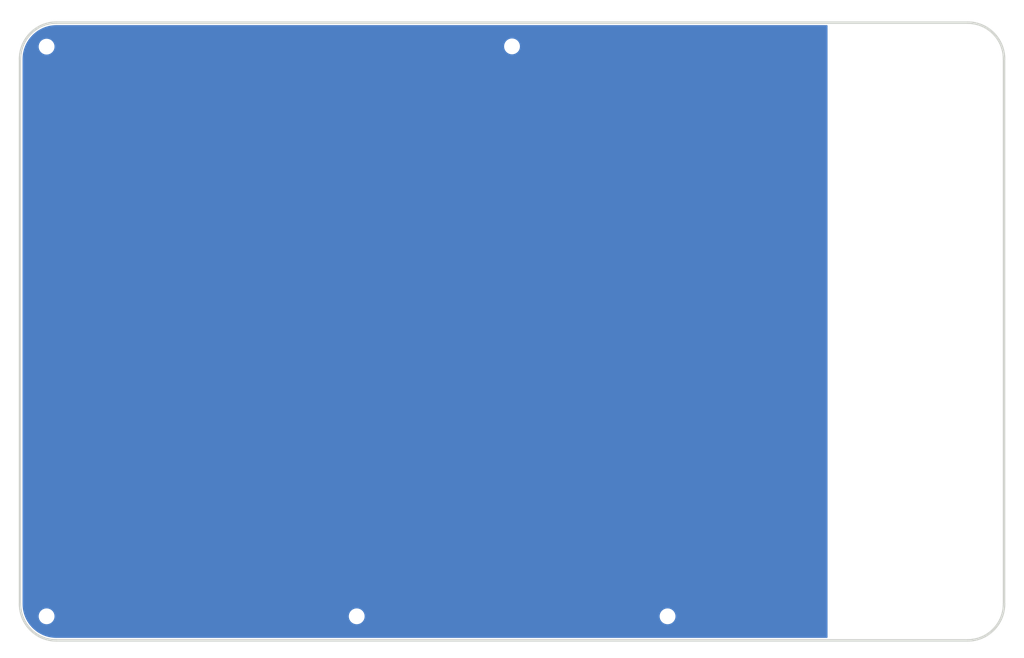
<source format=kicad_pcb>
(kicad_pcb (version 20211014) (generator pcbnew)
  (layers (0 "F.Cu" signal) (31 "B.Cu" signal) (34 "B.Paste" user) (35 "F.Paste" user) (36 "B.SilkS" user "B.Silkscreen") (37 "F.SilkS" user "F.Silkscreen") (38 "B.Mask" user) (39 "F.Mask" user) (44 "Edge.Cuts" user))
  (net 0 "")
  (net 1 "GND")
  (footprint "MountingHole:MountingHole_2.2mm_M2" (layer "F.Cu") (at 32.1 147.5)
    (fp_text reference "REF**" hide)
    (fp_text value "MountingHole_2.2mm_M2")
    (pad "" np_thru_hole circle (at 0 0) (size 2.2 2.2) (drill 2.2) (layers *.Cu *.Mask))
  )
  (footprint "MountingHole:MountingHole_2.2mm_M2" (layer "F.Cu") (at 32.1 31.5)
    (fp_text reference "REF**" hide)
    (fp_text value "MountingHole_2.2mm_M2")
    (pad "" np_thru_hole circle (at 0 0) (size 2.2 2.2) (drill 2.2) (layers *.Cu *.Mask))
  )
  (footprint "MountingHole:MountingHole_2.2mm_M2" (layer "F.Cu") (at 126.8 31.45)
    (fp_text reference "REF**" hide)
    (fp_text value "MountingHole_2.2mm_M2")
    (pad "" np_thru_hole circle (at 0 0) (size 2.2 2.2) (drill 2.2) (layers *.Cu *.Mask))
  )
  (footprint "MountingHole:MountingHole_2.2mm_M2" (layer "F.Cu") (at 95.2 147.5)
    (fp_text reference "REF**" hide)
    (fp_text value "MountingHole_2.2mm_M2")
    (pad "" np_thru_hole circle (at 0 0) (size 2.2 2.2) (drill 2.2) (layers *.Cu *.Mask))
  )
  (footprint "MountingHole:MountingHole_2.2mm_M2" (layer "F.Cu") (at 221.5 31.5)
    (fp_text reference "REF**" hide)
    (fp_text value "MountingHole_2.2mm_M2")
    (pad "" np_thru_hole circle (at 0 0) (size 2.2 2.2) (drill 2.2) (layers *.Cu *.Mask))
  )
  (footprint "MountingHole:MountingHole_2.2mm_M2" (layer "F.Cu") (at 158.45 147.5)
    (fp_text reference "REF**" hide)
    (fp_text value "MountingHole_2.2mm_M2")
    (pad "" np_thru_hole circle (at 0 0) (size 2.2 2.2) (drill 2.2) (layers *.Cu *.Mask))
  )
  (footprint "MountingHole:MountingHole_2.2mm_M2" (layer "F.Cu") (at 221.5 147.5)
    (fp_text reference "REF**" hide)
    (fp_text value "MountingHole_2.2mm_M2")
    (pad "" np_thru_hole circle (at 0 0) (size 2.2 2.2) (drill 2.2) (layers *.Cu *.Mask))
  )
  (gr_poly (pts (xy 145 87) (xy 145 75.323607) (xy 167.577774 75.323607) (xy 167.577774 84.35472) (xy 154.031109 84.35472) (xy 154.031109 108.803318) (xy 135.968887 90.741099) (xy 135.968887 108.803318) (xy 117.906669 90.741099) (xy 117.906669 108.803318) (xy 99.844449 90.741099) (xy 99.844449 97.901385) (xy 90.813339 97.901385) (xy 90.813339 68.937776) (xy 108.875559 87) (xy 108.875559 68.937776) (xy 126.937778 87) (xy 126.937778 68.937776)) (layer "F.Cu") (width 0) (fill solid))
  (gr_line (start 28.624555 149.972586) (end 28.87 150.23) (layer "Edge.Cuts") (width 0.508))
  (gr_line (start 221.706007 26.942092) (end 221.354673 26.842122) (layer "Edge.Cuts") (width 0.508))
  (gr_line (start 226.679897 146.84321) (end 226.762742 146.485063) (layer "Edge.Cuts") (width 0.508))
  (gr_line (start 226.181954 30.807595) (end 226.01817 30.488204) (layer "Edge.Cuts") (width 0.508))
  (gr_line (start 226.913492 144.993714) (end 226.913492 34.016861) (layer "Edge.Cuts") (width 0.508))
  (gr_line (start 30.577629 27.503849) (end 30.267396 27.682415) (layer "Edge.Cuts") (width 0.508))
  (gr_line (start 223.935176 150.928545) (end 224.215123 150.708445) (layer "Edge.Cuts") (width 0.508))
  (gr_line (start 220.261662 26.646839) (end 219.885884 26.618183) (layer "Edge.Cuts") (width 0.508))
  (gr_line (start 225.219904 149.703663) (end 225.440003 149.423715) (layer "Edge.Cuts") (width 0.508))
  (gr_line (start 31.2251 151.819035) (end 31.561399 151.951849) (layer "Edge.Cuts") (width 0.508))
  (gr_line (start 225.646726 29.877365) (end 225.440003 29.586853) (layer "Edge.Cuts") (width 0.508))
  (gr_line (start 226.827992 32.889998) (end 226.762742 32.525505) (layer "Edge.Cuts") (width 0.508))
  (gr_line (start 27.593281 30.488198) (end 27.429497 30.807589) (layer "Edge.Cuts") (width 0.508))
  (gr_line (start 27.148149 31.471968) (end 27.031523 31.816019) (layer "Edge.Cuts") (width 0.508))
  (gr_line (start 26.931553 146.84322) (end 27.031523 147.194554) (layer "Edge.Cuts") (width 0.508))
  (gr_line (start 32.256784 26.842121) (end 31.90545 26.942091) (layer "Edge.Cuts") (width 0.508))
  (gr_line (start 29.127415 150.475445) (end 29.396331 150.708451) (layer "Edge.Cuts") (width 0.508))
  (gr_line (start 28.624555 29.037983) (end 28.391549 29.306899) (layer "Edge.Cuts") (width 0.508))
  (gr_line (start 224.741453 150.229993) (end 224.986898 149.972579) (layer "Edge.Cuts") (width 0.508))
  (gr_line (start 27.031523 31.816019) (end 26.931553 32.167353) (layer "Edge.Cuts") (width 0.508))
  (gr_line (start 226.579928 31.816024) (end 226.463302 31.471973) (layer "Edge.Cuts") (width 0.508))
  (gr_line (start 226.679897 32.167358) (end 226.579928 31.816024) (layer "Edge.Cuts") (width 0.508))
  (gr_line (start 225.219904 29.306905) (end 224.986898 29.037989) (layer "Edge.Cuts") (width 0.508))
  (gr_line (start 220.632032 26.694027) (end 220.261662 26.646839) (layer "Edge.Cuts") (width 0.508))
  (gr_line (start 33.349796 26.646838) (end 32.979425 26.694026) (layer "Edge.Cuts") (width 0.508))
  (gr_line (start 226.762742 32.525505) (end 226.679897 32.167358) (layer "Edge.Cuts") (width 0.508))
  (gr_line (start 221.706007 152.068473) (end 222.050057 151.951847) (layer "Edge.Cuts") (width 0.508))
  (gr_line (start 224.986898 29.037989) (end 224.741453 28.780574) (layer "Edge.Cuts") (width 0.508))
  (gr_line (start 222.386357 27.191534) (end 222.050057 27.058719) (layer "Edge.Cuts") (width 0.508))
  (gr_line (start 34.106292 152.402039) (end 219.505152 152.402039) (layer "Edge.Cuts") (width 0.508))
  (gr_line (start 226.903836 145.374423) (end 226.913492 144.993706) (layer "Edge.Cuts") (width 0.508))
  (gr_line (start 220.261662 152.363726) (end 220.632032 152.316539) (layer "Edge.Cuts") (width 0.508))
  (gr_line (start 224.215123 150.708445) (end 224.484039 150.475438) (layer "Edge.Cuts") (width 0.508))
  (gr_line (start 31.225099 27.191531) (end 30.89702 27.340065) (layer "Edge.Cuts") (width 0.508))
  (gr_line (start 27.771847 30.177965) (end 27.593281 30.488198) (layer "Edge.Cuts") (width 0.508))
  (gr_line (start 222.050057 151.951847) (end 222.386357 151.819032) (layer "Edge.Cuts") (width 0.508))
  (gr_line (start 26.848708 32.525501) (end 26.783458 32.889995) (layer "Edge.Cuts") (width 0.508))
  (gr_line (start 32.614932 26.759277) (end 32.256784 26.842121) (layer "Edge.Cuts") (width 0.508))
  (gr_line (start 26.697958 144.993714) (end 26.707614 145.374431) (layer "Edge.Cuts") (width 0.508))
  (gr_line (start 224.986898 149.972579) (end 225.219904 149.703663) (layer "Edge.Cuts") (width 0.508))
  (gr_line (start 224.741453 28.780574) (end 224.484039 28.535129) (layer "Edge.Cuts") (width 0.508))
  (gr_line (start 26.73627 33.260365) (end 26.707614 33.636144) (layer "Edge.Cuts") (width 0.508))
  (gr_line (start 27.593281 148.522373) (end 27.771847 148.832605) (layer "Edge.Cuts") (width 0.508))
  (gr_line (start 221.354673 152.168443) (end 221.706007 152.068473) (layer "Edge.Cuts") (width 0.508))
  (gr_line (start 29.396331 150.708451) (end 29.676279 150.92855) (layer "Edge.Cuts") (width 0.508))
  (gr_line (start 225.839605 148.832596) (end 226.01817 148.522364) (layer "Edge.Cuts") (width 0.508))
  (gr_line (start 27.429497 148.202983) (end 27.593281 148.522373) (layer "Edge.Cuts") (width 0.508))
  (gr_line (start 32.256784 152.168444) (end 32.614932 152.251289) (layer "Edge.Cuts") (width 0.508))
  (gr_line (start 29.96679 151.135273) (end 30.267397 151.328152) (layer "Edge.Cuts") (width 0.508))
  (gr_line (start 223.033826 151.506714) (end 223.344058 151.328148) (layer "Edge.Cuts") (width 0.508))
  (gr_line (start 226.762742 146.485063) (end 226.827992 146.12057) (layer "Edge.Cuts") (width 0.508))
  (gr_line (start 28.391549 29.306899) (end 28.171449 29.586847) (layer "Edge.Cuts") (width 0.508))
  (gr_line (start 29.96679 27.875294) (end 29.676278 28.082018) (layer "Edge.Cuts") (width 0.508))
  (gr_line (start 226.181954 148.202973) (end 226.330488 147.874894) (layer "Edge.Cuts") (width 0.508))
  (gr_line (start 226.330488 147.874894) (end 226.463302 147.538595) (layer "Edge.Cuts") (width 0.508))
  (gr_line (start 224.484039 28.535129) (end 224.215123 28.302122) (layer "Edge.Cuts") (width 0.508))
  (gr_line (start 222.714436 27.340068) (end 222.386357 27.191534) (layer "Edge.Cuts") (width 0.508))
  (gr_line (start 226.875179 33.260367) (end 226.827992 32.889998) (layer "Edge.Cuts") (width 0.508))
  (gr_line (start 222.386357 151.819032) (end 222.714436 151.670499) (layer "Edge.Cuts") (width 0.508))
  (gr_line (start 29.127415 28.535124) (end 28.87 28.780569) (layer "Edge.Cuts") (width 0.508))
  (gr_line (start 30.57763 151.506718) (end 30.89702 151.670501) (layer "Edge.Cuts") (width 0.508))
  (gr_line (start 26.697958 34.016861) (end 26.697958 144.993714) (layer "Edge.Cuts") (width 0.508))
  (gr_line (start 224.484039 150.475438) (end 224.741453 150.229993) (layer "Edge.Cuts") (width 0.508))
  (gr_line (start 223.344058 27.682418) (end 223.033826 27.503852) (layer "Edge.Cuts") (width 0.508))
  (gr_line (start 29.676278 28.082018) (end 29.39633 28.302117) (layer "Edge.Cuts") (width 0.508))
  (gr_line (start 222.050057 27.058719) (end 221.706007 26.942092) (layer "Edge.Cuts") (width 0.508))
  (gr_line (start 226.903836 33.636145) (end 226.875179 33.260367) (layer "Edge.Cuts") (width 0.508))
  (gr_line (start 28.391549 149.70367) (end 28.624555 149.972586) (layer "Edge.Cuts") (width 0.508))
  (gr_line (start 223.935176 28.082022) (end 223.644664 27.875298) (layer "Edge.Cuts") (width 0.508))
  (gr_line (start 226.463302 31.471973) (end 226.330488 31.135674) (layer "Edge.Cuts") (width 0.508))
  (gr_line (start 28.171449 29.586847) (end 27.964726 29.877359) (layer "Edge.Cuts") (width 0.508))
  (gr_line (start 226.01817 30.488204) (end 225.839605 30.177972) (layer "Edge.Cuts") (width 0.508))
  (gr_line (start 27.429497 30.807589) (end 27.280963 31.135668) (layer "Edge.Cuts") (width 0.508))
  (gr_line (start 226.913492 34.016861) (end 226.903836 33.636145) (layer "Edge.Cuts") (width 0.508))
  (gr_line (start 223.033826 27.503852) (end 222.714436 27.340068) (layer "Edge.Cuts") (width 0.508))
  (gr_line (start 33.725574 26.618182) (end 33.349796 26.646838) (layer "Edge.Cuts") (width 0.508))
  (gr_line (start 225.440003 29.586853) (end 225.219904 29.306905) (layer "Edge.Cuts") (width 0.508))
  (gr_line (start 223.644664 151.135269) (end 223.935176 150.928545) (layer "Edge.Cuts") (width 0.508))
  (gr_line (start 225.646726 149.133203) (end 225.839605 148.832596) (layer "Edge.Cuts") (width 0.508))
  (gr_line (start 27.280963 147.874904) (end 27.429497 148.202983) (layer "Edge.Cuts") (width 0.508))
  (gr_line (start 219.885884 152.392383) (end 220.261662 152.363726) (layer "Edge.Cuts") (width 0.508))
  (gr_line (start 34.106292 26.608526) (end 33.725574 26.618182) (layer "Edge.Cuts") (width 0.508))
  (gr_line (start 219.505152 26.608526) (end 34.106292 26.608526) (layer "Edge.Cuts") (width 0.508))
  (gr_line (start 226.579928 147.194544) (end 226.679897 146.84321) (layer "Edge.Cuts") (width 0.508))
  (gr_line (start 27.964726 29.877359) (end 27.771847 30.177965) (layer "Edge.Cuts") (width 0.508))
  (gr_line (start 220.996525 152.251288) (end 221.354673 152.168443) (layer "Edge.Cuts") (width 0.508))
  (gr_line (start 27.964726 149.133212) (end 28.17145 149.423723) (layer "Edge.Cuts") (width 0.508))
  (gr_line (start 27.031523 147.194554) (end 27.148149 147.538604) (layer "Edge.Cuts") (width 0.508))
  (gr_line (start 219.885884 26.618183) (end 219.505167 26.608526) (layer "Edge.Cuts") (width 0.508))
  (gr_line (start 30.267397 151.328152) (end 30.57763 151.506718) (layer "Edge.Cuts") (width 0.508))
  (gr_line (start 26.73627 145.750209) (end 26.783458 146.120579) (layer "Edge.Cuts") (width 0.508))
  (gr_line (start 220.632032 152.316539) (end 220.996525 152.251288) (layer "Edge.Cuts") (width 0.508))
  (gr_line (start 222.714436 151.670499) (end 223.033826 151.506714) (layer "Edge.Cuts") (width 0.508))
  (gr_line (start 28.87 28.780569) (end 28.624555 29.037983) (layer "Edge.Cuts") (width 0.508))
  (gr_line (start 220.996525 26.759278) (end 220.632032 26.694027) (layer "Edge.Cuts") (width 0.508))
  (gr_line (start 27.148149 147.538604) (end 27.280963 147.874904) (layer "Edge.Cuts") (width 0.508))
  (gr_line (start 226.827992 146.12057) (end 226.875179 145.750201) (layer "Edge.Cuts") (width 0.508))
  (gr_line (start 29.676279 150.92855) (end 29.96679 151.135273) (layer "Edge.Cuts") (width 0.508))
  (gr_line (start 30.267396 27.682415) (end 29.96679 27.875294) (layer "Edge.Cuts") (width 0.508))
  (gr_line (start 225.440003 149.423715) (end 225.646726 149.133203) (layer "Edge.Cuts") (width 0.508))
  (gr_line (start 26.783458 146.120579) (end 26.848709 146.485072) (layer "Edge.Cuts") (width 0.508))
  (gr_line (start 29.39633 28.302117) (end 29.127415 28.535124) (layer "Edge.Cuts") (width 0.508))
  (gr_line (start 26.707614 33.636144) (end 26.697958 34.016861) (layer "Edge.Cuts") (width 0.508))
  (gr_line (start 226.463302 147.538595) (end 226.579928 147.194544) (layer "Edge.Cuts") (width 0.508))
  (gr_line (start 225.839605 30.177972) (end 225.646726 29.877365) (layer "Edge.Cuts") (width 0.508))
  (gr_line (start 33.349796 152.363727) (end 33.725574 152.392383) (layer "Edge.Cuts") (width 0.508))
  (gr_line (start 26.848709 146.485072) (end 26.931553 146.84322) (layer "Edge.Cuts") (width 0.508))
  (gr_line (start 28.87 150.23) (end 29.127415 150.475445) (layer "Edge.Cuts") (width 0.508))
  (gr_line (start 26.783458 32.889995) (end 26.73627 33.260365) (layer "Edge.Cuts") (width 0.508))
  (gr_line (start 30.89702 151.670501) (end 31.2251 151.819035) (layer "Edge.Cuts") (width 0.508))
  (gr_line (start 28.17145 149.423723) (end 28.391549 149.70367) (layer "Edge.Cuts") (width 0.508))
  (gr_line (start 32.979425 26.694026) (end 32.614932 26.759277) (layer "Edge.Cuts") (width 0.508))
  (gr_line (start 221.354673 26.842122) (end 220.996525 26.759278) (layer "Edge.Cuts") (width 0.508))
  (gr_line (start 27.771847 148.832605) (end 27.964726 149.133212) (layer "Edge.Cuts") (width 0.508))
  (gr_line (start 26.707614 145.374431) (end 26.73627 145.750209) (layer "Edge.Cuts") (width 0.508))
  (gr_line (start 226.330488 31.135674) (end 226.181954 30.807595) (layer "Edge.Cuts") (width 0.508))
  (gr_line (start 32.979426 152.316539) (end 33.349796 152.363727) (layer "Edge.Cuts") (width 0.508))
  (gr_line (start 31.90545 152.068475) (end 32.256784 152.168444) (layer "Edge.Cuts") (width 0.508))
  (gr_line (start 33.725574 152.392383) (end 34.106292 152.402039) (layer "Edge.Cuts") (width 0.508))
  (gr_line (start 31.561399 151.951849) (end 31.90545 152.068475) (layer "Edge.Cuts") (width 0.508))
  (gr_line (start 226.01817 148.522364) (end 226.181954 148.202973) (layer "Edge.Cuts") (width 0.508))
  (gr_line (start 32.614932 152.251289) (end 32.979426 152.316539) (layer "Edge.Cuts") (width 0.508))
  (gr_line (start 30.89702 27.340065) (end 30.577629 27.503849) (layer "Edge.Cuts") (width 0.508))
  (gr_line (start 226.875179 145.750201) (end 226.903836 145.374423) (layer "Edge.Cuts") (width 0.508))
  (gr_line (start 224.215123 28.302122) (end 223.935176 28.082022) (layer "Edge.Cuts") (width 0.508))
  (gr_line (start 223.644664 27.875298) (end 223.344058 27.682418) (layer "Edge.Cuts") (width 0.508))
  (gr_line (start 219.505167 152.402039) (end 219.885884 152.392383) (layer "Edge.Cuts") (width 0.508))
  (gr_line (start 31.90545 26.942091) (end 31.561399 27.058717) (layer "Edge.Cuts") (width 0.508))
  (gr_line (start 27.280963 31.135668) (end 27.148149 31.471968) (layer "Edge.Cuts") (width 0.508))
  (gr_line (start 223.344058 151.328148) (end 223.644664 151.135269) (layer "Edge.Cuts") (width 0.508))
  (gr_line (start 26.931553 32.167353) (end 26.848708 32.525501) (layer "Edge.Cuts") (width 0.508))
  (gr_line (start 31.561399 27.058717) (end 31.225099 27.191531) (layer "Edge.Cuts") (width 0.508))
  (zone (net 1) (net_name "GND") (layer "B.Cu") (name "GND") (connect_pads yes (clearance 0.508)) (min_thickness 0.254) (fill yes (thermal_gap 0.508) (thermal_bridge_width 0.508) (island_removal_mode 1) (island_area_min 0))
    (polygon (pts (xy 191 156) (xy 24 156) (xy 24 23) (xy 191 23)))
  )
)
</source>
